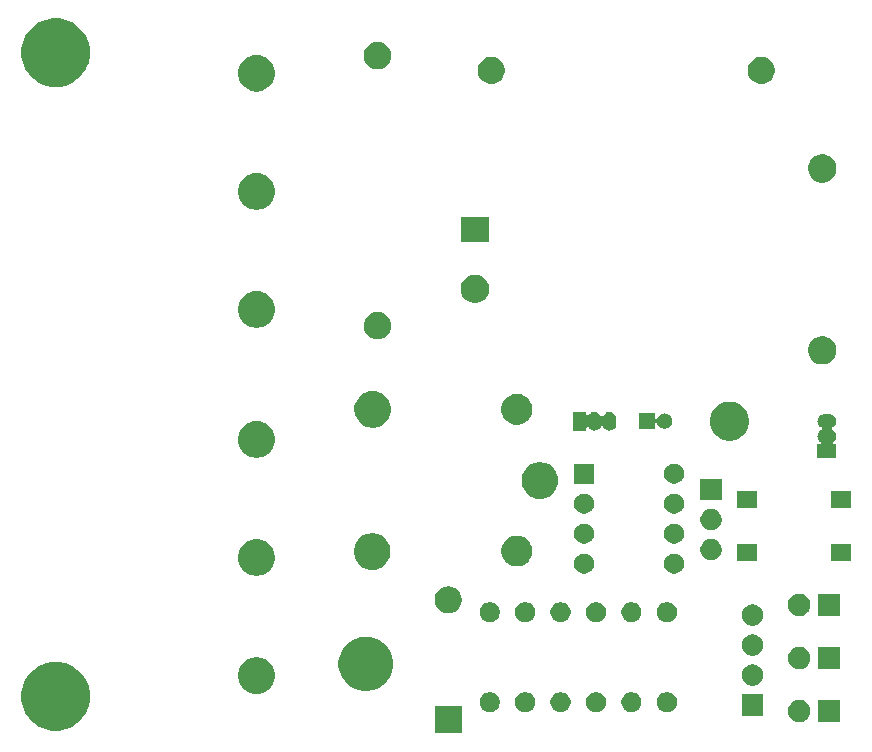
<source format=gts>
G04 #@! TF.GenerationSoftware,KiCad,Pcbnew,(5.1.5)-3*
G04 #@! TF.CreationDate,2020-11-02T17:07:13+01:00*
G04 #@! TF.ProjectId,Heat Controller,48656174-2043-46f6-9e74-726f6c6c6572,rev?*
G04 #@! TF.SameCoordinates,Original*
G04 #@! TF.FileFunction,Soldermask,Top*
G04 #@! TF.FilePolarity,Negative*
%FSLAX46Y46*%
G04 Gerber Fmt 4.6, Leading zero omitted, Abs format (unit mm)*
G04 Created by KiCad (PCBNEW (5.1.5)-3) date 2020-11-02 17:07:13*
%MOMM*%
%LPD*%
G04 APERTURE LIST*
%ADD10C,0.100000*%
G04 APERTURE END LIST*
D10*
G36*
X146901000Y-134401000D02*
G01*
X144599000Y-134401000D01*
X144599000Y-132099000D01*
X146901000Y-132099000D01*
X146901000Y-134401000D01*
G37*
G36*
X113346189Y-128460483D02*
G01*
X113874137Y-128679166D01*
X113874139Y-128679167D01*
X114349280Y-128996646D01*
X114753354Y-129400720D01*
X114921762Y-129652761D01*
X115070834Y-129875863D01*
X115289517Y-130403811D01*
X115401000Y-130964275D01*
X115401000Y-131535725D01*
X115289517Y-132096189D01*
X115070834Y-132624137D01*
X115070833Y-132624139D01*
X114753354Y-133099280D01*
X114349280Y-133503354D01*
X113874139Y-133820833D01*
X113874138Y-133820834D01*
X113874137Y-133820834D01*
X113346189Y-134039517D01*
X112785725Y-134151000D01*
X112214275Y-134151000D01*
X111653811Y-134039517D01*
X111125863Y-133820834D01*
X111125862Y-133820834D01*
X111125861Y-133820833D01*
X110650720Y-133503354D01*
X110246646Y-133099280D01*
X109929167Y-132624139D01*
X109929166Y-132624137D01*
X109710483Y-132096189D01*
X109599000Y-131535725D01*
X109599000Y-130964275D01*
X109710483Y-130403811D01*
X109929166Y-129875863D01*
X110078238Y-129652761D01*
X110246646Y-129400720D01*
X110650720Y-128996646D01*
X111125861Y-128679167D01*
X111125863Y-128679166D01*
X111653811Y-128460483D01*
X112214275Y-128349000D01*
X112785725Y-128349000D01*
X113346189Y-128460483D01*
G37*
G36*
X175737395Y-131585546D02*
G01*
X175910466Y-131657234D01*
X175923862Y-131666185D01*
X176066227Y-131761310D01*
X176198690Y-131893773D01*
X176198691Y-131893775D01*
X176302766Y-132049534D01*
X176374454Y-132222605D01*
X176411000Y-132406333D01*
X176411000Y-132593667D01*
X176374454Y-132777395D01*
X176302766Y-132950466D01*
X176302765Y-132950467D01*
X176198690Y-133106227D01*
X176066227Y-133238690D01*
X175987818Y-133291081D01*
X175910466Y-133342766D01*
X175737395Y-133414454D01*
X175553667Y-133451000D01*
X175366333Y-133451000D01*
X175182605Y-133414454D01*
X175009534Y-133342766D01*
X174932182Y-133291081D01*
X174853773Y-133238690D01*
X174721310Y-133106227D01*
X174617235Y-132950467D01*
X174617234Y-132950466D01*
X174545546Y-132777395D01*
X174509000Y-132593667D01*
X174509000Y-132406333D01*
X174545546Y-132222605D01*
X174617234Y-132049534D01*
X174721309Y-131893775D01*
X174721310Y-131893773D01*
X174853773Y-131761310D01*
X174996138Y-131666185D01*
X175009534Y-131657234D01*
X175182605Y-131585546D01*
X175366333Y-131549000D01*
X175553667Y-131549000D01*
X175737395Y-131585546D01*
G37*
G36*
X178951000Y-133451000D02*
G01*
X177049000Y-133451000D01*
X177049000Y-131549000D01*
X178951000Y-131549000D01*
X178951000Y-133451000D01*
G37*
G36*
X172401000Y-132901000D02*
G01*
X170599000Y-132901000D01*
X170599000Y-131099000D01*
X172401000Y-131099000D01*
X172401000Y-132901000D01*
G37*
G36*
X158498228Y-130931703D02*
G01*
X158653100Y-130995853D01*
X158792481Y-131088985D01*
X158911015Y-131207519D01*
X159004147Y-131346900D01*
X159068297Y-131501772D01*
X159101000Y-131666184D01*
X159101000Y-131833816D01*
X159068297Y-131998228D01*
X159004147Y-132153100D01*
X158911015Y-132292481D01*
X158792481Y-132411015D01*
X158653100Y-132504147D01*
X158498228Y-132568297D01*
X158333816Y-132601000D01*
X158166184Y-132601000D01*
X158001772Y-132568297D01*
X157846900Y-132504147D01*
X157707519Y-132411015D01*
X157588985Y-132292481D01*
X157495853Y-132153100D01*
X157431703Y-131998228D01*
X157399000Y-131833816D01*
X157399000Y-131666184D01*
X157431703Y-131501772D01*
X157495853Y-131346900D01*
X157588985Y-131207519D01*
X157707519Y-131088985D01*
X157846900Y-130995853D01*
X158001772Y-130931703D01*
X158166184Y-130899000D01*
X158333816Y-130899000D01*
X158498228Y-130931703D01*
G37*
G36*
X161498228Y-130931703D02*
G01*
X161653100Y-130995853D01*
X161792481Y-131088985D01*
X161911015Y-131207519D01*
X162004147Y-131346900D01*
X162068297Y-131501772D01*
X162101000Y-131666184D01*
X162101000Y-131833816D01*
X162068297Y-131998228D01*
X162004147Y-132153100D01*
X161911015Y-132292481D01*
X161792481Y-132411015D01*
X161653100Y-132504147D01*
X161498228Y-132568297D01*
X161333816Y-132601000D01*
X161166184Y-132601000D01*
X161001772Y-132568297D01*
X160846900Y-132504147D01*
X160707519Y-132411015D01*
X160588985Y-132292481D01*
X160495853Y-132153100D01*
X160431703Y-131998228D01*
X160399000Y-131833816D01*
X160399000Y-131666184D01*
X160431703Y-131501772D01*
X160495853Y-131346900D01*
X160588985Y-131207519D01*
X160707519Y-131088985D01*
X160846900Y-130995853D01*
X161001772Y-130931703D01*
X161166184Y-130899000D01*
X161333816Y-130899000D01*
X161498228Y-130931703D01*
G37*
G36*
X155498228Y-130931703D02*
G01*
X155653100Y-130995853D01*
X155792481Y-131088985D01*
X155911015Y-131207519D01*
X156004147Y-131346900D01*
X156068297Y-131501772D01*
X156101000Y-131666184D01*
X156101000Y-131833816D01*
X156068297Y-131998228D01*
X156004147Y-132153100D01*
X155911015Y-132292481D01*
X155792481Y-132411015D01*
X155653100Y-132504147D01*
X155498228Y-132568297D01*
X155333816Y-132601000D01*
X155166184Y-132601000D01*
X155001772Y-132568297D01*
X154846900Y-132504147D01*
X154707519Y-132411015D01*
X154588985Y-132292481D01*
X154495853Y-132153100D01*
X154431703Y-131998228D01*
X154399000Y-131833816D01*
X154399000Y-131666184D01*
X154431703Y-131501772D01*
X154495853Y-131346900D01*
X154588985Y-131207519D01*
X154707519Y-131088985D01*
X154846900Y-130995853D01*
X155001772Y-130931703D01*
X155166184Y-130899000D01*
X155333816Y-130899000D01*
X155498228Y-130931703D01*
G37*
G36*
X149498228Y-130931703D02*
G01*
X149653100Y-130995853D01*
X149792481Y-131088985D01*
X149911015Y-131207519D01*
X150004147Y-131346900D01*
X150068297Y-131501772D01*
X150101000Y-131666184D01*
X150101000Y-131833816D01*
X150068297Y-131998228D01*
X150004147Y-132153100D01*
X149911015Y-132292481D01*
X149792481Y-132411015D01*
X149653100Y-132504147D01*
X149498228Y-132568297D01*
X149333816Y-132601000D01*
X149166184Y-132601000D01*
X149001772Y-132568297D01*
X148846900Y-132504147D01*
X148707519Y-132411015D01*
X148588985Y-132292481D01*
X148495853Y-132153100D01*
X148431703Y-131998228D01*
X148399000Y-131833816D01*
X148399000Y-131666184D01*
X148431703Y-131501772D01*
X148495853Y-131346900D01*
X148588985Y-131207519D01*
X148707519Y-131088985D01*
X148846900Y-130995853D01*
X149001772Y-130931703D01*
X149166184Y-130899000D01*
X149333816Y-130899000D01*
X149498228Y-130931703D01*
G37*
G36*
X152498228Y-130931703D02*
G01*
X152653100Y-130995853D01*
X152792481Y-131088985D01*
X152911015Y-131207519D01*
X153004147Y-131346900D01*
X153068297Y-131501772D01*
X153101000Y-131666184D01*
X153101000Y-131833816D01*
X153068297Y-131998228D01*
X153004147Y-132153100D01*
X152911015Y-132292481D01*
X152792481Y-132411015D01*
X152653100Y-132504147D01*
X152498228Y-132568297D01*
X152333816Y-132601000D01*
X152166184Y-132601000D01*
X152001772Y-132568297D01*
X151846900Y-132504147D01*
X151707519Y-132411015D01*
X151588985Y-132292481D01*
X151495853Y-132153100D01*
X151431703Y-131998228D01*
X151399000Y-131833816D01*
X151399000Y-131666184D01*
X151431703Y-131501772D01*
X151495853Y-131346900D01*
X151588985Y-131207519D01*
X151707519Y-131088985D01*
X151846900Y-130995853D01*
X152001772Y-130931703D01*
X152166184Y-130899000D01*
X152333816Y-130899000D01*
X152498228Y-130931703D01*
G37*
G36*
X164498228Y-130931703D02*
G01*
X164653100Y-130995853D01*
X164792481Y-131088985D01*
X164911015Y-131207519D01*
X165004147Y-131346900D01*
X165068297Y-131501772D01*
X165101000Y-131666184D01*
X165101000Y-131833816D01*
X165068297Y-131998228D01*
X165004147Y-132153100D01*
X164911015Y-132292481D01*
X164792481Y-132411015D01*
X164653100Y-132504147D01*
X164498228Y-132568297D01*
X164333816Y-132601000D01*
X164166184Y-132601000D01*
X164001772Y-132568297D01*
X163846900Y-132504147D01*
X163707519Y-132411015D01*
X163588985Y-132292481D01*
X163495853Y-132153100D01*
X163431703Y-131998228D01*
X163399000Y-131833816D01*
X163399000Y-131666184D01*
X163431703Y-131501772D01*
X163495853Y-131346900D01*
X163588985Y-131207519D01*
X163707519Y-131088985D01*
X163846900Y-130995853D01*
X164001772Y-130931703D01*
X164166184Y-130899000D01*
X164333816Y-130899000D01*
X164498228Y-130931703D01*
G37*
G36*
X129802585Y-127978802D02*
G01*
X129952410Y-128008604D01*
X130234674Y-128125521D01*
X130488705Y-128295259D01*
X130704741Y-128511295D01*
X130874479Y-128765326D01*
X130991396Y-129047590D01*
X131051000Y-129347240D01*
X131051000Y-129652760D01*
X130991396Y-129952410D01*
X130874479Y-130234674D01*
X130704741Y-130488705D01*
X130488705Y-130704741D01*
X130234674Y-130874479D01*
X129952410Y-130991396D01*
X129802585Y-131021198D01*
X129652761Y-131051000D01*
X129347239Y-131051000D01*
X129197415Y-131021198D01*
X129047590Y-130991396D01*
X128765326Y-130874479D01*
X128511295Y-130704741D01*
X128295259Y-130488705D01*
X128125521Y-130234674D01*
X128008604Y-129952410D01*
X127949000Y-129652760D01*
X127949000Y-129347240D01*
X128008604Y-129047590D01*
X128125521Y-128765326D01*
X128295259Y-128511295D01*
X128511295Y-128295259D01*
X128765326Y-128125521D01*
X129047590Y-128008604D01*
X129197415Y-127978802D01*
X129347239Y-127949000D01*
X129652761Y-127949000D01*
X129802585Y-127978802D01*
G37*
G36*
X139198903Y-126243213D02*
G01*
X139421177Y-126287426D01*
X139839932Y-126460880D01*
X140216802Y-126712696D01*
X140537304Y-127033198D01*
X140789120Y-127410068D01*
X140962574Y-127828823D01*
X141051000Y-128273371D01*
X141051000Y-128726629D01*
X140962574Y-129171177D01*
X140789120Y-129589932D01*
X140537304Y-129966802D01*
X140216802Y-130287304D01*
X139839932Y-130539120D01*
X139421177Y-130712574D01*
X139198903Y-130756787D01*
X138976630Y-130801000D01*
X138523370Y-130801000D01*
X138301097Y-130756787D01*
X138078823Y-130712574D01*
X137660068Y-130539120D01*
X137283198Y-130287304D01*
X136962696Y-129966802D01*
X136710880Y-129589932D01*
X136537426Y-129171177D01*
X136449000Y-128726629D01*
X136449000Y-128273371D01*
X136537426Y-127828823D01*
X136710880Y-127410068D01*
X136962696Y-127033198D01*
X137283198Y-126712696D01*
X137660068Y-126460880D01*
X138078823Y-126287426D01*
X138301097Y-126243213D01*
X138523370Y-126199000D01*
X138976630Y-126199000D01*
X139198903Y-126243213D01*
G37*
G36*
X171613512Y-128563927D02*
G01*
X171762812Y-128593624D01*
X171926784Y-128661544D01*
X172074354Y-128760147D01*
X172199853Y-128885646D01*
X172298456Y-129033216D01*
X172366376Y-129197188D01*
X172401000Y-129371259D01*
X172401000Y-129548741D01*
X172366376Y-129722812D01*
X172298456Y-129886784D01*
X172199853Y-130034354D01*
X172074354Y-130159853D01*
X171926784Y-130258456D01*
X171762812Y-130326376D01*
X171613512Y-130356073D01*
X171588742Y-130361000D01*
X171411258Y-130361000D01*
X171386488Y-130356073D01*
X171237188Y-130326376D01*
X171073216Y-130258456D01*
X170925646Y-130159853D01*
X170800147Y-130034354D01*
X170701544Y-129886784D01*
X170633624Y-129722812D01*
X170599000Y-129548741D01*
X170599000Y-129371259D01*
X170633624Y-129197188D01*
X170701544Y-129033216D01*
X170800147Y-128885646D01*
X170925646Y-128760147D01*
X171073216Y-128661544D01*
X171237188Y-128593624D01*
X171386488Y-128563927D01*
X171411258Y-128559000D01*
X171588742Y-128559000D01*
X171613512Y-128563927D01*
G37*
G36*
X178951000Y-128951000D02*
G01*
X177049000Y-128951000D01*
X177049000Y-127049000D01*
X178951000Y-127049000D01*
X178951000Y-128951000D01*
G37*
G36*
X175737395Y-127085546D02*
G01*
X175910466Y-127157234D01*
X175948746Y-127182812D01*
X176066227Y-127261310D01*
X176198690Y-127393773D01*
X176198691Y-127393775D01*
X176302766Y-127549534D01*
X176374454Y-127722605D01*
X176411000Y-127906333D01*
X176411000Y-128093667D01*
X176374454Y-128277395D01*
X176302766Y-128450466D01*
X176302765Y-128450467D01*
X176198690Y-128606227D01*
X176066227Y-128738690D01*
X176026363Y-128765326D01*
X175910466Y-128842766D01*
X175737395Y-128914454D01*
X175553667Y-128951000D01*
X175366333Y-128951000D01*
X175182605Y-128914454D01*
X175009534Y-128842766D01*
X174893637Y-128765326D01*
X174853773Y-128738690D01*
X174721310Y-128606227D01*
X174617235Y-128450467D01*
X174617234Y-128450466D01*
X174545546Y-128277395D01*
X174509000Y-128093667D01*
X174509000Y-127906333D01*
X174545546Y-127722605D01*
X174617234Y-127549534D01*
X174721309Y-127393775D01*
X174721310Y-127393773D01*
X174853773Y-127261310D01*
X174971254Y-127182812D01*
X175009534Y-127157234D01*
X175182605Y-127085546D01*
X175366333Y-127049000D01*
X175553667Y-127049000D01*
X175737395Y-127085546D01*
G37*
G36*
X171613512Y-126023927D02*
G01*
X171762812Y-126053624D01*
X171926784Y-126121544D01*
X172074354Y-126220147D01*
X172199853Y-126345646D01*
X172298456Y-126493216D01*
X172366376Y-126657188D01*
X172401000Y-126831259D01*
X172401000Y-127008741D01*
X172366376Y-127182812D01*
X172298456Y-127346784D01*
X172199853Y-127494354D01*
X172074354Y-127619853D01*
X171926784Y-127718456D01*
X171762812Y-127786376D01*
X171613512Y-127816073D01*
X171588742Y-127821000D01*
X171411258Y-127821000D01*
X171386488Y-127816073D01*
X171237188Y-127786376D01*
X171073216Y-127718456D01*
X170925646Y-127619853D01*
X170800147Y-127494354D01*
X170701544Y-127346784D01*
X170633624Y-127182812D01*
X170599000Y-127008741D01*
X170599000Y-126831259D01*
X170633624Y-126657188D01*
X170701544Y-126493216D01*
X170800147Y-126345646D01*
X170925646Y-126220147D01*
X171073216Y-126121544D01*
X171237188Y-126053624D01*
X171386488Y-126023927D01*
X171411258Y-126019000D01*
X171588742Y-126019000D01*
X171613512Y-126023927D01*
G37*
G36*
X171613512Y-123483927D02*
G01*
X171762812Y-123513624D01*
X171926784Y-123581544D01*
X172074354Y-123680147D01*
X172199853Y-123805646D01*
X172298456Y-123953216D01*
X172366376Y-124117188D01*
X172401000Y-124291259D01*
X172401000Y-124468741D01*
X172366376Y-124642812D01*
X172298456Y-124806784D01*
X172199853Y-124954354D01*
X172074354Y-125079853D01*
X171926784Y-125178456D01*
X171762812Y-125246376D01*
X171613512Y-125276073D01*
X171588742Y-125281000D01*
X171411258Y-125281000D01*
X171386488Y-125276073D01*
X171237188Y-125246376D01*
X171073216Y-125178456D01*
X170925646Y-125079853D01*
X170800147Y-124954354D01*
X170701544Y-124806784D01*
X170633624Y-124642812D01*
X170599000Y-124468741D01*
X170599000Y-124291259D01*
X170633624Y-124117188D01*
X170701544Y-123953216D01*
X170800147Y-123805646D01*
X170925646Y-123680147D01*
X171073216Y-123581544D01*
X171237188Y-123513624D01*
X171386488Y-123483927D01*
X171411258Y-123479000D01*
X171588742Y-123479000D01*
X171613512Y-123483927D01*
G37*
G36*
X161498228Y-123311703D02*
G01*
X161653100Y-123375853D01*
X161792481Y-123468985D01*
X161911015Y-123587519D01*
X162004147Y-123726900D01*
X162068297Y-123881772D01*
X162101000Y-124046184D01*
X162101000Y-124213816D01*
X162068297Y-124378228D01*
X162004147Y-124533100D01*
X161911015Y-124672481D01*
X161792481Y-124791015D01*
X161653100Y-124884147D01*
X161498228Y-124948297D01*
X161333816Y-124981000D01*
X161166184Y-124981000D01*
X161001772Y-124948297D01*
X160846900Y-124884147D01*
X160707519Y-124791015D01*
X160588985Y-124672481D01*
X160495853Y-124533100D01*
X160431703Y-124378228D01*
X160399000Y-124213816D01*
X160399000Y-124046184D01*
X160431703Y-123881772D01*
X160495853Y-123726900D01*
X160588985Y-123587519D01*
X160707519Y-123468985D01*
X160846900Y-123375853D01*
X161001772Y-123311703D01*
X161166184Y-123279000D01*
X161333816Y-123279000D01*
X161498228Y-123311703D01*
G37*
G36*
X158498228Y-123311703D02*
G01*
X158653100Y-123375853D01*
X158792481Y-123468985D01*
X158911015Y-123587519D01*
X159004147Y-123726900D01*
X159068297Y-123881772D01*
X159101000Y-124046184D01*
X159101000Y-124213816D01*
X159068297Y-124378228D01*
X159004147Y-124533100D01*
X158911015Y-124672481D01*
X158792481Y-124791015D01*
X158653100Y-124884147D01*
X158498228Y-124948297D01*
X158333816Y-124981000D01*
X158166184Y-124981000D01*
X158001772Y-124948297D01*
X157846900Y-124884147D01*
X157707519Y-124791015D01*
X157588985Y-124672481D01*
X157495853Y-124533100D01*
X157431703Y-124378228D01*
X157399000Y-124213816D01*
X157399000Y-124046184D01*
X157431703Y-123881772D01*
X157495853Y-123726900D01*
X157588985Y-123587519D01*
X157707519Y-123468985D01*
X157846900Y-123375853D01*
X158001772Y-123311703D01*
X158166184Y-123279000D01*
X158333816Y-123279000D01*
X158498228Y-123311703D01*
G37*
G36*
X155498228Y-123311703D02*
G01*
X155653100Y-123375853D01*
X155792481Y-123468985D01*
X155911015Y-123587519D01*
X156004147Y-123726900D01*
X156068297Y-123881772D01*
X156101000Y-124046184D01*
X156101000Y-124213816D01*
X156068297Y-124378228D01*
X156004147Y-124533100D01*
X155911015Y-124672481D01*
X155792481Y-124791015D01*
X155653100Y-124884147D01*
X155498228Y-124948297D01*
X155333816Y-124981000D01*
X155166184Y-124981000D01*
X155001772Y-124948297D01*
X154846900Y-124884147D01*
X154707519Y-124791015D01*
X154588985Y-124672481D01*
X154495853Y-124533100D01*
X154431703Y-124378228D01*
X154399000Y-124213816D01*
X154399000Y-124046184D01*
X154431703Y-123881772D01*
X154495853Y-123726900D01*
X154588985Y-123587519D01*
X154707519Y-123468985D01*
X154846900Y-123375853D01*
X155001772Y-123311703D01*
X155166184Y-123279000D01*
X155333816Y-123279000D01*
X155498228Y-123311703D01*
G37*
G36*
X152498228Y-123311703D02*
G01*
X152653100Y-123375853D01*
X152792481Y-123468985D01*
X152911015Y-123587519D01*
X153004147Y-123726900D01*
X153068297Y-123881772D01*
X153101000Y-124046184D01*
X153101000Y-124213816D01*
X153068297Y-124378228D01*
X153004147Y-124533100D01*
X152911015Y-124672481D01*
X152792481Y-124791015D01*
X152653100Y-124884147D01*
X152498228Y-124948297D01*
X152333816Y-124981000D01*
X152166184Y-124981000D01*
X152001772Y-124948297D01*
X151846900Y-124884147D01*
X151707519Y-124791015D01*
X151588985Y-124672481D01*
X151495853Y-124533100D01*
X151431703Y-124378228D01*
X151399000Y-124213816D01*
X151399000Y-124046184D01*
X151431703Y-123881772D01*
X151495853Y-123726900D01*
X151588985Y-123587519D01*
X151707519Y-123468985D01*
X151846900Y-123375853D01*
X152001772Y-123311703D01*
X152166184Y-123279000D01*
X152333816Y-123279000D01*
X152498228Y-123311703D01*
G37*
G36*
X149498228Y-123311703D02*
G01*
X149653100Y-123375853D01*
X149792481Y-123468985D01*
X149911015Y-123587519D01*
X150004147Y-123726900D01*
X150068297Y-123881772D01*
X150101000Y-124046184D01*
X150101000Y-124213816D01*
X150068297Y-124378228D01*
X150004147Y-124533100D01*
X149911015Y-124672481D01*
X149792481Y-124791015D01*
X149653100Y-124884147D01*
X149498228Y-124948297D01*
X149333816Y-124981000D01*
X149166184Y-124981000D01*
X149001772Y-124948297D01*
X148846900Y-124884147D01*
X148707519Y-124791015D01*
X148588985Y-124672481D01*
X148495853Y-124533100D01*
X148431703Y-124378228D01*
X148399000Y-124213816D01*
X148399000Y-124046184D01*
X148431703Y-123881772D01*
X148495853Y-123726900D01*
X148588985Y-123587519D01*
X148707519Y-123468985D01*
X148846900Y-123375853D01*
X149001772Y-123311703D01*
X149166184Y-123279000D01*
X149333816Y-123279000D01*
X149498228Y-123311703D01*
G37*
G36*
X164498228Y-123311703D02*
G01*
X164653100Y-123375853D01*
X164792481Y-123468985D01*
X164911015Y-123587519D01*
X165004147Y-123726900D01*
X165068297Y-123881772D01*
X165101000Y-124046184D01*
X165101000Y-124213816D01*
X165068297Y-124378228D01*
X165004147Y-124533100D01*
X164911015Y-124672481D01*
X164792481Y-124791015D01*
X164653100Y-124884147D01*
X164498228Y-124948297D01*
X164333816Y-124981000D01*
X164166184Y-124981000D01*
X164001772Y-124948297D01*
X163846900Y-124884147D01*
X163707519Y-124791015D01*
X163588985Y-124672481D01*
X163495853Y-124533100D01*
X163431703Y-124378228D01*
X163399000Y-124213816D01*
X163399000Y-124046184D01*
X163431703Y-123881772D01*
X163495853Y-123726900D01*
X163588985Y-123587519D01*
X163707519Y-123468985D01*
X163846900Y-123375853D01*
X164001772Y-123311703D01*
X164166184Y-123279000D01*
X164333816Y-123279000D01*
X164498228Y-123311703D01*
G37*
G36*
X178951000Y-124451000D02*
G01*
X177049000Y-124451000D01*
X177049000Y-122549000D01*
X178951000Y-122549000D01*
X178951000Y-124451000D01*
G37*
G36*
X175737395Y-122585546D02*
G01*
X175910466Y-122657234D01*
X175910467Y-122657235D01*
X176066227Y-122761310D01*
X176198690Y-122893773D01*
X176198691Y-122893775D01*
X176302766Y-123049534D01*
X176374454Y-123222605D01*
X176411000Y-123406333D01*
X176411000Y-123593667D01*
X176374454Y-123777395D01*
X176302766Y-123950466D01*
X176251081Y-124027818D01*
X176198690Y-124106227D01*
X176066227Y-124238690D01*
X175987818Y-124291081D01*
X175910466Y-124342766D01*
X175737395Y-124414454D01*
X175553667Y-124451000D01*
X175366333Y-124451000D01*
X175182605Y-124414454D01*
X175009534Y-124342766D01*
X174932182Y-124291081D01*
X174853773Y-124238690D01*
X174721310Y-124106227D01*
X174668919Y-124027818D01*
X174617234Y-123950466D01*
X174545546Y-123777395D01*
X174509000Y-123593667D01*
X174509000Y-123406333D01*
X174545546Y-123222605D01*
X174617234Y-123049534D01*
X174721309Y-122893775D01*
X174721310Y-122893773D01*
X174853773Y-122761310D01*
X175009533Y-122657235D01*
X175009534Y-122657234D01*
X175182605Y-122585546D01*
X175366333Y-122549000D01*
X175553667Y-122549000D01*
X175737395Y-122585546D01*
G37*
G36*
X145974549Y-121961116D02*
G01*
X146085734Y-121983232D01*
X146295203Y-122069997D01*
X146483720Y-122195960D01*
X146644040Y-122356280D01*
X146770003Y-122544797D01*
X146856768Y-122754266D01*
X146901000Y-122976636D01*
X146901000Y-123203364D01*
X146856768Y-123425734D01*
X146770003Y-123635203D01*
X146644040Y-123823720D01*
X146483720Y-123984040D01*
X146295203Y-124110003D01*
X146295202Y-124110004D01*
X146295201Y-124110004D01*
X146233850Y-124135416D01*
X146085734Y-124196768D01*
X145974549Y-124218884D01*
X145863365Y-124241000D01*
X145636635Y-124241000D01*
X145525451Y-124218884D01*
X145414266Y-124196768D01*
X145266150Y-124135416D01*
X145204799Y-124110004D01*
X145204798Y-124110004D01*
X145204797Y-124110003D01*
X145016280Y-123984040D01*
X144855960Y-123823720D01*
X144729997Y-123635203D01*
X144643232Y-123425734D01*
X144599000Y-123203364D01*
X144599000Y-122976636D01*
X144643232Y-122754266D01*
X144729997Y-122544797D01*
X144855960Y-122356280D01*
X145016280Y-122195960D01*
X145204797Y-122069997D01*
X145414266Y-121983232D01*
X145525451Y-121961116D01*
X145636635Y-121939000D01*
X145863365Y-121939000D01*
X145974549Y-121961116D01*
G37*
G36*
X129726280Y-117963624D02*
G01*
X129952410Y-118008604D01*
X130234674Y-118125521D01*
X130488705Y-118295259D01*
X130704741Y-118511295D01*
X130874479Y-118765326D01*
X130991396Y-119047590D01*
X131000391Y-119092811D01*
X131051000Y-119347239D01*
X131051000Y-119652761D01*
X131042324Y-119696376D01*
X130991396Y-119952410D01*
X130874479Y-120234674D01*
X130704741Y-120488705D01*
X130488705Y-120704741D01*
X130234674Y-120874479D01*
X129952410Y-120991396D01*
X129802585Y-121021198D01*
X129652761Y-121051000D01*
X129347239Y-121051000D01*
X129197415Y-121021198D01*
X129047590Y-120991396D01*
X128765326Y-120874479D01*
X128511295Y-120704741D01*
X128295259Y-120488705D01*
X128125521Y-120234674D01*
X128008604Y-119952410D01*
X127957676Y-119696376D01*
X127949000Y-119652761D01*
X127949000Y-119347239D01*
X127999609Y-119092811D01*
X128008604Y-119047590D01*
X128125521Y-118765326D01*
X128295259Y-118511295D01*
X128511295Y-118295259D01*
X128765326Y-118125521D01*
X129047590Y-118008604D01*
X129273720Y-117963624D01*
X129347239Y-117949000D01*
X129652761Y-117949000D01*
X129726280Y-117963624D01*
G37*
G36*
X165118228Y-119196703D02*
G01*
X165273100Y-119260853D01*
X165412481Y-119353985D01*
X165531015Y-119472519D01*
X165624147Y-119611900D01*
X165688297Y-119766772D01*
X165721000Y-119931184D01*
X165721000Y-120098816D01*
X165688297Y-120263228D01*
X165624147Y-120418100D01*
X165531015Y-120557481D01*
X165412481Y-120676015D01*
X165273100Y-120769147D01*
X165118228Y-120833297D01*
X164953816Y-120866000D01*
X164786184Y-120866000D01*
X164621772Y-120833297D01*
X164466900Y-120769147D01*
X164327519Y-120676015D01*
X164208985Y-120557481D01*
X164115853Y-120418100D01*
X164051703Y-120263228D01*
X164019000Y-120098816D01*
X164019000Y-119931184D01*
X164051703Y-119766772D01*
X164115853Y-119611900D01*
X164208985Y-119472519D01*
X164327519Y-119353985D01*
X164466900Y-119260853D01*
X164621772Y-119196703D01*
X164786184Y-119164000D01*
X164953816Y-119164000D01*
X165118228Y-119196703D01*
G37*
G36*
X157498228Y-119196703D02*
G01*
X157653100Y-119260853D01*
X157792481Y-119353985D01*
X157911015Y-119472519D01*
X158004147Y-119611900D01*
X158068297Y-119766772D01*
X158101000Y-119931184D01*
X158101000Y-120098816D01*
X158068297Y-120263228D01*
X158004147Y-120418100D01*
X157911015Y-120557481D01*
X157792481Y-120676015D01*
X157653100Y-120769147D01*
X157498228Y-120833297D01*
X157333816Y-120866000D01*
X157166184Y-120866000D01*
X157001772Y-120833297D01*
X156846900Y-120769147D01*
X156707519Y-120676015D01*
X156588985Y-120557481D01*
X156495853Y-120418100D01*
X156431703Y-120263228D01*
X156399000Y-120098816D01*
X156399000Y-119931184D01*
X156431703Y-119766772D01*
X156495853Y-119611900D01*
X156588985Y-119472519D01*
X156707519Y-119353985D01*
X156846900Y-119260853D01*
X157001772Y-119196703D01*
X157166184Y-119164000D01*
X157333816Y-119164000D01*
X157498228Y-119196703D01*
G37*
G36*
X139602585Y-117478802D02*
G01*
X139752410Y-117508604D01*
X140034674Y-117625521D01*
X140288705Y-117795259D01*
X140504741Y-118011295D01*
X140674479Y-118265326D01*
X140791396Y-118547590D01*
X140851000Y-118847240D01*
X140851000Y-119152760D01*
X140791396Y-119452410D01*
X140674479Y-119734674D01*
X140504741Y-119988705D01*
X140288705Y-120204741D01*
X140034674Y-120374479D01*
X139752410Y-120491396D01*
X139602585Y-120521198D01*
X139452761Y-120551000D01*
X139147239Y-120551000D01*
X138997415Y-120521198D01*
X138847590Y-120491396D01*
X138565326Y-120374479D01*
X138311295Y-120204741D01*
X138095259Y-119988705D01*
X137925521Y-119734674D01*
X137808604Y-119452410D01*
X137749000Y-119152760D01*
X137749000Y-118847240D01*
X137808604Y-118547590D01*
X137925521Y-118265326D01*
X138095259Y-118011295D01*
X138311295Y-117795259D01*
X138565326Y-117625521D01*
X138847590Y-117508604D01*
X138997415Y-117478802D01*
X139147239Y-117449000D01*
X139452761Y-117449000D01*
X139602585Y-117478802D01*
G37*
G36*
X151929487Y-117698996D02*
G01*
X152161888Y-117795260D01*
X152166255Y-117797069D01*
X152379339Y-117939447D01*
X152560553Y-118120661D01*
X152677216Y-118295259D01*
X152702932Y-118333747D01*
X152801004Y-118570513D01*
X152851000Y-118821861D01*
X152851000Y-119078139D01*
X152801004Y-119329487D01*
X152718010Y-119529852D01*
X152702931Y-119566255D01*
X152560553Y-119779339D01*
X152379339Y-119960553D01*
X152166255Y-120102931D01*
X152166254Y-120102932D01*
X152166253Y-120102932D01*
X151929487Y-120201004D01*
X151678139Y-120251000D01*
X151421861Y-120251000D01*
X151170513Y-120201004D01*
X150933747Y-120102932D01*
X150933746Y-120102932D01*
X150933745Y-120102931D01*
X150720661Y-119960553D01*
X150539447Y-119779339D01*
X150397069Y-119566255D01*
X150381990Y-119529852D01*
X150298996Y-119329487D01*
X150249000Y-119078139D01*
X150249000Y-118821861D01*
X150298996Y-118570513D01*
X150397068Y-118333747D01*
X150422785Y-118295259D01*
X150539447Y-118120661D01*
X150720661Y-117939447D01*
X150933745Y-117797069D01*
X150938112Y-117795260D01*
X151170513Y-117698996D01*
X151421861Y-117649000D01*
X151678139Y-117649000D01*
X151929487Y-117698996D01*
G37*
G36*
X171851000Y-119791000D02*
G01*
X170199000Y-119791000D01*
X170199000Y-118389000D01*
X171851000Y-118389000D01*
X171851000Y-119791000D01*
G37*
G36*
X179801000Y-119791000D02*
G01*
X178149000Y-119791000D01*
X178149000Y-118389000D01*
X179801000Y-118389000D01*
X179801000Y-119791000D01*
G37*
G36*
X168113512Y-117933927D02*
G01*
X168262812Y-117963624D01*
X168426784Y-118031544D01*
X168574354Y-118130147D01*
X168699853Y-118255646D01*
X168798456Y-118403216D01*
X168866376Y-118567188D01*
X168901000Y-118741259D01*
X168901000Y-118918741D01*
X168866376Y-119092812D01*
X168798456Y-119256784D01*
X168699853Y-119404354D01*
X168574354Y-119529853D01*
X168426784Y-119628456D01*
X168262812Y-119696376D01*
X168113512Y-119726073D01*
X168088742Y-119731000D01*
X167911258Y-119731000D01*
X167886488Y-119726073D01*
X167737188Y-119696376D01*
X167573216Y-119628456D01*
X167425646Y-119529853D01*
X167300147Y-119404354D01*
X167201544Y-119256784D01*
X167133624Y-119092812D01*
X167099000Y-118918741D01*
X167099000Y-118741259D01*
X167133624Y-118567188D01*
X167201544Y-118403216D01*
X167300147Y-118255646D01*
X167425646Y-118130147D01*
X167573216Y-118031544D01*
X167737188Y-117963624D01*
X167886488Y-117933927D01*
X167911258Y-117929000D01*
X168088742Y-117929000D01*
X168113512Y-117933927D01*
G37*
G36*
X165118228Y-116656703D02*
G01*
X165273100Y-116720853D01*
X165412481Y-116813985D01*
X165531015Y-116932519D01*
X165624147Y-117071900D01*
X165688297Y-117226772D01*
X165721000Y-117391184D01*
X165721000Y-117558816D01*
X165688297Y-117723228D01*
X165624147Y-117878100D01*
X165531015Y-118017481D01*
X165412481Y-118136015D01*
X165273100Y-118229147D01*
X165118228Y-118293297D01*
X164953816Y-118326000D01*
X164786184Y-118326000D01*
X164621772Y-118293297D01*
X164466900Y-118229147D01*
X164327519Y-118136015D01*
X164208985Y-118017481D01*
X164115853Y-117878100D01*
X164051703Y-117723228D01*
X164019000Y-117558816D01*
X164019000Y-117391184D01*
X164051703Y-117226772D01*
X164115853Y-117071900D01*
X164208985Y-116932519D01*
X164327519Y-116813985D01*
X164466900Y-116720853D01*
X164621772Y-116656703D01*
X164786184Y-116624000D01*
X164953816Y-116624000D01*
X165118228Y-116656703D01*
G37*
G36*
X157498228Y-116656703D02*
G01*
X157653100Y-116720853D01*
X157792481Y-116813985D01*
X157911015Y-116932519D01*
X158004147Y-117071900D01*
X158068297Y-117226772D01*
X158101000Y-117391184D01*
X158101000Y-117558816D01*
X158068297Y-117723228D01*
X158004147Y-117878100D01*
X157911015Y-118017481D01*
X157792481Y-118136015D01*
X157653100Y-118229147D01*
X157498228Y-118293297D01*
X157333816Y-118326000D01*
X157166184Y-118326000D01*
X157001772Y-118293297D01*
X156846900Y-118229147D01*
X156707519Y-118136015D01*
X156588985Y-118017481D01*
X156495853Y-117878100D01*
X156431703Y-117723228D01*
X156399000Y-117558816D01*
X156399000Y-117391184D01*
X156431703Y-117226772D01*
X156495853Y-117071900D01*
X156588985Y-116932519D01*
X156707519Y-116813985D01*
X156846900Y-116720853D01*
X157001772Y-116656703D01*
X157166184Y-116624000D01*
X157333816Y-116624000D01*
X157498228Y-116656703D01*
G37*
G36*
X168113512Y-115393927D02*
G01*
X168262812Y-115423624D01*
X168426784Y-115491544D01*
X168574354Y-115590147D01*
X168699853Y-115715646D01*
X168798456Y-115863216D01*
X168866376Y-116027188D01*
X168901000Y-116201259D01*
X168901000Y-116378741D01*
X168866376Y-116552812D01*
X168798456Y-116716784D01*
X168699853Y-116864354D01*
X168574354Y-116989853D01*
X168426784Y-117088456D01*
X168262812Y-117156376D01*
X168113512Y-117186073D01*
X168088742Y-117191000D01*
X167911258Y-117191000D01*
X167886488Y-117186073D01*
X167737188Y-117156376D01*
X167573216Y-117088456D01*
X167425646Y-116989853D01*
X167300147Y-116864354D01*
X167201544Y-116716784D01*
X167133624Y-116552812D01*
X167099000Y-116378741D01*
X167099000Y-116201259D01*
X167133624Y-116027188D01*
X167201544Y-115863216D01*
X167300147Y-115715646D01*
X167425646Y-115590147D01*
X167573216Y-115491544D01*
X167737188Y-115423624D01*
X167886488Y-115393927D01*
X167911258Y-115389000D01*
X168088742Y-115389000D01*
X168113512Y-115393927D01*
G37*
G36*
X157498228Y-114116703D02*
G01*
X157653100Y-114180853D01*
X157792481Y-114273985D01*
X157911015Y-114392519D01*
X158004147Y-114531900D01*
X158068297Y-114686772D01*
X158101000Y-114851184D01*
X158101000Y-115018816D01*
X158068297Y-115183228D01*
X158004147Y-115338100D01*
X157911015Y-115477481D01*
X157792481Y-115596015D01*
X157653100Y-115689147D01*
X157498228Y-115753297D01*
X157333816Y-115786000D01*
X157166184Y-115786000D01*
X157001772Y-115753297D01*
X156846900Y-115689147D01*
X156707519Y-115596015D01*
X156588985Y-115477481D01*
X156495853Y-115338100D01*
X156431703Y-115183228D01*
X156399000Y-115018816D01*
X156399000Y-114851184D01*
X156431703Y-114686772D01*
X156495853Y-114531900D01*
X156588985Y-114392519D01*
X156707519Y-114273985D01*
X156846900Y-114180853D01*
X157001772Y-114116703D01*
X157166184Y-114084000D01*
X157333816Y-114084000D01*
X157498228Y-114116703D01*
G37*
G36*
X165118228Y-114116703D02*
G01*
X165273100Y-114180853D01*
X165412481Y-114273985D01*
X165531015Y-114392519D01*
X165624147Y-114531900D01*
X165688297Y-114686772D01*
X165721000Y-114851184D01*
X165721000Y-115018816D01*
X165688297Y-115183228D01*
X165624147Y-115338100D01*
X165531015Y-115477481D01*
X165412481Y-115596015D01*
X165273100Y-115689147D01*
X165118228Y-115753297D01*
X164953816Y-115786000D01*
X164786184Y-115786000D01*
X164621772Y-115753297D01*
X164466900Y-115689147D01*
X164327519Y-115596015D01*
X164208985Y-115477481D01*
X164115853Y-115338100D01*
X164051703Y-115183228D01*
X164019000Y-115018816D01*
X164019000Y-114851184D01*
X164051703Y-114686772D01*
X164115853Y-114531900D01*
X164208985Y-114392519D01*
X164327519Y-114273985D01*
X164466900Y-114180853D01*
X164621772Y-114116703D01*
X164786184Y-114084000D01*
X164953816Y-114084000D01*
X165118228Y-114116703D01*
G37*
G36*
X179801000Y-115291000D02*
G01*
X178149000Y-115291000D01*
X178149000Y-113889000D01*
X179801000Y-113889000D01*
X179801000Y-115291000D01*
G37*
G36*
X171851000Y-115291000D02*
G01*
X170199000Y-115291000D01*
X170199000Y-113889000D01*
X171851000Y-113889000D01*
X171851000Y-115291000D01*
G37*
G36*
X168901000Y-114651000D02*
G01*
X167099000Y-114651000D01*
X167099000Y-112849000D01*
X168901000Y-112849000D01*
X168901000Y-114651000D01*
G37*
G36*
X153802585Y-111478802D02*
G01*
X153952410Y-111508604D01*
X154234674Y-111625521D01*
X154488705Y-111795259D01*
X154704741Y-112011295D01*
X154874479Y-112265326D01*
X154991396Y-112547590D01*
X155010420Y-112643229D01*
X155051000Y-112847239D01*
X155051000Y-113152761D01*
X155021198Y-113302585D01*
X154991396Y-113452410D01*
X154874479Y-113734674D01*
X154704741Y-113988705D01*
X154488705Y-114204741D01*
X154234674Y-114374479D01*
X153952410Y-114491396D01*
X153802585Y-114521198D01*
X153652761Y-114551000D01*
X153347239Y-114551000D01*
X153197415Y-114521198D01*
X153047590Y-114491396D01*
X152765326Y-114374479D01*
X152511295Y-114204741D01*
X152295259Y-113988705D01*
X152125521Y-113734674D01*
X152008604Y-113452410D01*
X151978802Y-113302585D01*
X151949000Y-113152761D01*
X151949000Y-112847239D01*
X151989580Y-112643229D01*
X152008604Y-112547590D01*
X152125521Y-112265326D01*
X152295259Y-112011295D01*
X152511295Y-111795259D01*
X152765326Y-111625521D01*
X153047590Y-111508604D01*
X153197415Y-111478802D01*
X153347239Y-111449000D01*
X153652761Y-111449000D01*
X153802585Y-111478802D01*
G37*
G36*
X165118228Y-111576703D02*
G01*
X165273100Y-111640853D01*
X165412481Y-111733985D01*
X165531015Y-111852519D01*
X165624147Y-111991900D01*
X165688297Y-112146772D01*
X165721000Y-112311184D01*
X165721000Y-112478816D01*
X165688297Y-112643228D01*
X165624147Y-112798100D01*
X165531015Y-112937481D01*
X165412481Y-113056015D01*
X165273100Y-113149147D01*
X165118228Y-113213297D01*
X164953816Y-113246000D01*
X164786184Y-113246000D01*
X164621772Y-113213297D01*
X164466900Y-113149147D01*
X164327519Y-113056015D01*
X164208985Y-112937481D01*
X164115853Y-112798100D01*
X164051703Y-112643228D01*
X164019000Y-112478816D01*
X164019000Y-112311184D01*
X164051703Y-112146772D01*
X164115853Y-111991900D01*
X164208985Y-111852519D01*
X164327519Y-111733985D01*
X164466900Y-111640853D01*
X164621772Y-111576703D01*
X164786184Y-111544000D01*
X164953816Y-111544000D01*
X165118228Y-111576703D01*
G37*
G36*
X158101000Y-113246000D02*
G01*
X156399000Y-113246000D01*
X156399000Y-111544000D01*
X158101000Y-111544000D01*
X158101000Y-113246000D01*
G37*
G36*
X178137916Y-107382334D02*
G01*
X178246492Y-107415271D01*
X178246495Y-107415272D01*
X178271850Y-107428825D01*
X178346557Y-107468756D01*
X178434264Y-107540736D01*
X178506244Y-107628443D01*
X178540429Y-107692399D01*
X178559728Y-107728505D01*
X178559729Y-107728508D01*
X178592666Y-107837084D01*
X178603787Y-107950000D01*
X178592666Y-108062916D01*
X178564810Y-108154741D01*
X178559728Y-108171495D01*
X178554083Y-108182056D01*
X178506244Y-108271557D01*
X178434264Y-108359264D01*
X178346557Y-108431244D01*
X178265141Y-108474761D01*
X178244766Y-108488375D01*
X178227439Y-108505702D01*
X178213826Y-108526076D01*
X178204448Y-108548715D01*
X178199668Y-108572748D01*
X178199668Y-108597252D01*
X178204448Y-108621285D01*
X178213826Y-108643924D01*
X178227440Y-108664299D01*
X178244767Y-108681626D01*
X178265141Y-108695239D01*
X178346557Y-108738756D01*
X178434264Y-108810736D01*
X178506244Y-108898443D01*
X178540429Y-108962399D01*
X178559728Y-108998505D01*
X178559729Y-108998508D01*
X178592666Y-109107084D01*
X178603787Y-109220000D01*
X178592666Y-109332916D01*
X178568342Y-109413098D01*
X178559728Y-109441495D01*
X178540429Y-109477601D01*
X178506244Y-109541557D01*
X178434264Y-109629264D01*
X178357354Y-109692383D01*
X178340035Y-109709702D01*
X178326421Y-109730077D01*
X178317043Y-109752716D01*
X178312263Y-109776749D01*
X178312263Y-109801253D01*
X178317043Y-109825286D01*
X178326421Y-109847925D01*
X178340034Y-109868299D01*
X178357361Y-109885626D01*
X178377736Y-109899240D01*
X178400375Y-109908618D01*
X178424408Y-109913398D01*
X178436660Y-109914000D01*
X178601000Y-109914000D01*
X178601000Y-111066000D01*
X176999000Y-111066000D01*
X176999000Y-109914000D01*
X177163340Y-109914000D01*
X177187726Y-109911598D01*
X177211175Y-109904485D01*
X177232786Y-109892934D01*
X177251728Y-109877389D01*
X177267273Y-109858447D01*
X177278824Y-109836836D01*
X177285937Y-109813387D01*
X177288339Y-109789001D01*
X177285937Y-109764615D01*
X177278824Y-109741166D01*
X177267273Y-109719555D01*
X177251728Y-109700613D01*
X177242655Y-109692391D01*
X177165736Y-109629264D01*
X177093756Y-109541557D01*
X177059571Y-109477601D01*
X177040272Y-109441495D01*
X177031658Y-109413098D01*
X177007334Y-109332916D01*
X176996213Y-109220000D01*
X177007334Y-109107084D01*
X177040271Y-108998508D01*
X177040272Y-108998505D01*
X177059571Y-108962399D01*
X177093756Y-108898443D01*
X177165736Y-108810736D01*
X177253443Y-108738756D01*
X177334859Y-108695239D01*
X177355234Y-108681625D01*
X177372561Y-108664298D01*
X177386174Y-108643924D01*
X177395552Y-108621285D01*
X177400332Y-108597252D01*
X177400332Y-108572748D01*
X177395552Y-108548715D01*
X177386174Y-108526076D01*
X177372560Y-108505701D01*
X177355233Y-108488374D01*
X177334859Y-108474761D01*
X177253443Y-108431244D01*
X177165736Y-108359264D01*
X177093756Y-108271557D01*
X177045917Y-108182056D01*
X177040272Y-108171495D01*
X177035190Y-108154741D01*
X177007334Y-108062916D01*
X176996213Y-107950000D01*
X177007334Y-107837084D01*
X177040271Y-107728508D01*
X177040272Y-107728505D01*
X177059571Y-107692399D01*
X177093756Y-107628443D01*
X177165736Y-107540736D01*
X177253443Y-107468756D01*
X177328150Y-107428825D01*
X177353505Y-107415272D01*
X177353508Y-107415271D01*
X177462084Y-107382334D01*
X177546702Y-107374000D01*
X178053298Y-107374000D01*
X178137916Y-107382334D01*
G37*
G36*
X129802585Y-107978802D02*
G01*
X129952410Y-108008604D01*
X130234674Y-108125521D01*
X130488705Y-108295259D01*
X130704741Y-108511295D01*
X130874479Y-108765326D01*
X130991396Y-109047590D01*
X130991396Y-109047591D01*
X131051000Y-109347239D01*
X131051000Y-109652761D01*
X131041356Y-109701244D01*
X130991396Y-109952410D01*
X130874479Y-110234674D01*
X130704741Y-110488705D01*
X130488705Y-110704741D01*
X130234674Y-110874479D01*
X129952410Y-110991396D01*
X129802585Y-111021198D01*
X129652761Y-111051000D01*
X129347239Y-111051000D01*
X129197415Y-111021198D01*
X129047590Y-110991396D01*
X128765326Y-110874479D01*
X128511295Y-110704741D01*
X128295259Y-110488705D01*
X128125521Y-110234674D01*
X128008604Y-109952410D01*
X127958644Y-109701244D01*
X127949000Y-109652761D01*
X127949000Y-109347239D01*
X128008604Y-109047591D01*
X128008604Y-109047590D01*
X128125521Y-108765326D01*
X128295259Y-108511295D01*
X128511295Y-108295259D01*
X128765326Y-108125521D01*
X129047590Y-108008604D01*
X129197415Y-107978802D01*
X129347239Y-107949000D01*
X129652761Y-107949000D01*
X129802585Y-107978802D01*
G37*
G36*
X169920256Y-106341298D02*
G01*
X170026579Y-106362447D01*
X170327042Y-106486903D01*
X170597451Y-106667585D01*
X170827415Y-106897549D01*
X171008097Y-107167958D01*
X171132553Y-107468421D01*
X171143322Y-107522560D01*
X171196000Y-107787389D01*
X171196000Y-108112611D01*
X171178417Y-108201004D01*
X171132553Y-108431579D01*
X171083346Y-108550375D01*
X171028981Y-108681625D01*
X171008097Y-108732042D01*
X170827415Y-109002451D01*
X170597451Y-109232415D01*
X170327042Y-109413097D01*
X170327041Y-109413098D01*
X170327040Y-109413098D01*
X170258483Y-109441495D01*
X170026579Y-109537553D01*
X169920256Y-109558702D01*
X169707611Y-109601000D01*
X169382389Y-109601000D01*
X169169744Y-109558702D01*
X169063421Y-109537553D01*
X168831517Y-109441495D01*
X168762960Y-109413098D01*
X168762959Y-109413098D01*
X168762958Y-109413097D01*
X168492549Y-109232415D01*
X168262585Y-109002451D01*
X168081903Y-108732042D01*
X168061020Y-108681625D01*
X168006654Y-108550375D01*
X167957447Y-108431579D01*
X167911583Y-108201004D01*
X167894000Y-108112611D01*
X167894000Y-107787389D01*
X167946678Y-107522560D01*
X167957447Y-107468421D01*
X168081903Y-107167958D01*
X168262585Y-106897549D01*
X168492549Y-106667585D01*
X168762958Y-106486903D01*
X169063421Y-106362447D01*
X169169744Y-106341298D01*
X169382389Y-106299000D01*
X169707611Y-106299000D01*
X169920256Y-106341298D01*
G37*
G36*
X159497915Y-107157334D02*
G01*
X159606491Y-107190271D01*
X159606494Y-107190272D01*
X159642600Y-107209571D01*
X159706556Y-107243756D01*
X159794264Y-107315736D01*
X159866244Y-107403443D01*
X159900429Y-107467399D01*
X159919728Y-107503505D01*
X159919729Y-107503508D01*
X159952666Y-107612084D01*
X159961000Y-107696702D01*
X159961000Y-108203297D01*
X159952666Y-108287916D01*
X159920252Y-108394767D01*
X159919728Y-108396495D01*
X159909761Y-108415141D01*
X159866244Y-108496557D01*
X159794264Y-108584264D01*
X159706557Y-108656244D01*
X159652250Y-108685271D01*
X159606495Y-108709728D01*
X159606492Y-108709729D01*
X159497916Y-108742666D01*
X159385000Y-108753787D01*
X159272085Y-108742666D01*
X159163509Y-108709729D01*
X159163506Y-108709728D01*
X159117751Y-108685271D01*
X159063444Y-108656244D01*
X158975737Y-108584264D01*
X158903757Y-108496557D01*
X158860239Y-108415141D01*
X158846625Y-108394766D01*
X158829298Y-108377439D01*
X158808924Y-108363826D01*
X158786285Y-108354448D01*
X158762252Y-108349668D01*
X158737748Y-108349668D01*
X158713715Y-108354448D01*
X158691076Y-108363826D01*
X158670701Y-108377440D01*
X158653374Y-108394767D01*
X158639761Y-108415141D01*
X158596244Y-108496557D01*
X158524264Y-108584264D01*
X158436557Y-108656244D01*
X158382250Y-108685271D01*
X158336495Y-108709728D01*
X158336492Y-108709729D01*
X158227916Y-108742666D01*
X158115000Y-108753787D01*
X158002085Y-108742666D01*
X157893509Y-108709729D01*
X157893506Y-108709728D01*
X157847751Y-108685271D01*
X157793444Y-108656244D01*
X157705737Y-108584264D01*
X157642622Y-108507359D01*
X157625297Y-108490034D01*
X157604923Y-108476420D01*
X157582284Y-108467043D01*
X157558250Y-108462263D01*
X157533746Y-108462263D01*
X157509713Y-108467044D01*
X157487074Y-108476421D01*
X157466700Y-108490035D01*
X157449373Y-108507362D01*
X157435759Y-108527736D01*
X157426382Y-108550375D01*
X157421000Y-108586660D01*
X157421000Y-108751000D01*
X156269000Y-108751000D01*
X156269000Y-107149000D01*
X157421000Y-107149000D01*
X157421000Y-107313341D01*
X157423402Y-107337727D01*
X157430515Y-107361176D01*
X157442066Y-107382787D01*
X157457611Y-107401729D01*
X157476553Y-107417274D01*
X157498164Y-107428825D01*
X157521613Y-107435938D01*
X157545999Y-107438340D01*
X157570385Y-107435938D01*
X157593834Y-107428825D01*
X157615445Y-107417274D01*
X157634387Y-107401729D01*
X157642608Y-107392657D01*
X157705736Y-107315736D01*
X157793443Y-107243756D01*
X157857399Y-107209571D01*
X157893505Y-107190272D01*
X157893508Y-107190271D01*
X158002084Y-107157334D01*
X158115000Y-107146213D01*
X158227915Y-107157334D01*
X158336491Y-107190271D01*
X158336494Y-107190272D01*
X158372600Y-107209571D01*
X158436556Y-107243756D01*
X158524264Y-107315736D01*
X158596244Y-107403443D01*
X158630975Y-107468421D01*
X158639761Y-107484859D01*
X158653375Y-107505234D01*
X158670702Y-107522561D01*
X158691076Y-107536174D01*
X158713715Y-107545552D01*
X158737748Y-107550332D01*
X158762252Y-107550332D01*
X158786285Y-107545552D01*
X158808924Y-107536174D01*
X158829299Y-107522560D01*
X158846626Y-107505233D01*
X158860239Y-107484860D01*
X158903756Y-107403444D01*
X158975736Y-107315736D01*
X159063443Y-107243756D01*
X159127399Y-107209571D01*
X159163505Y-107190272D01*
X159163508Y-107190271D01*
X159272084Y-107157334D01*
X159385000Y-107146213D01*
X159497915Y-107157334D01*
G37*
G36*
X163211000Y-107670109D02*
G01*
X163213402Y-107694495D01*
X163220515Y-107717944D01*
X163232066Y-107739555D01*
X163247611Y-107758497D01*
X163266553Y-107774042D01*
X163288164Y-107785593D01*
X163311613Y-107792706D01*
X163335999Y-107795108D01*
X163360385Y-107792706D01*
X163383834Y-107785593D01*
X163405445Y-107774042D01*
X163424387Y-107758497D01*
X163439932Y-107739555D01*
X163451483Y-107717944D01*
X163483090Y-107641638D01*
X163491907Y-107628443D01*
X163554335Y-107535012D01*
X163645012Y-107444335D01*
X163751636Y-107373091D01*
X163870110Y-107324017D01*
X163923783Y-107313341D01*
X163995881Y-107299000D01*
X164124119Y-107299000D01*
X164196217Y-107313341D01*
X164249890Y-107324017D01*
X164368364Y-107373091D01*
X164474988Y-107444335D01*
X164565665Y-107535012D01*
X164628094Y-107628443D01*
X164636910Y-107641638D01*
X164685983Y-107760110D01*
X164711000Y-107885881D01*
X164711000Y-108014119D01*
X164685983Y-108139890D01*
X164659723Y-108203288D01*
X164636909Y-108258364D01*
X164565665Y-108364988D01*
X164474988Y-108455665D01*
X164368364Y-108526909D01*
X164368363Y-108526910D01*
X164368362Y-108526910D01*
X164249890Y-108575983D01*
X164124119Y-108601000D01*
X163995881Y-108601000D01*
X163870110Y-108575983D01*
X163751638Y-108526910D01*
X163751637Y-108526910D01*
X163751636Y-108526909D01*
X163645012Y-108455665D01*
X163554335Y-108364988D01*
X163483091Y-108258364D01*
X163451483Y-108182055D01*
X163439932Y-108160445D01*
X163424387Y-108141503D01*
X163405445Y-108125958D01*
X163383834Y-108114407D01*
X163360385Y-108107294D01*
X163335999Y-108104892D01*
X163311613Y-108107294D01*
X163288164Y-108114407D01*
X163266553Y-108125958D01*
X163247611Y-108141503D01*
X163232066Y-108160445D01*
X163220515Y-108182056D01*
X163213402Y-108205505D01*
X163211000Y-108229891D01*
X163211000Y-108601000D01*
X161909000Y-108601000D01*
X161909000Y-107299000D01*
X163211000Y-107299000D01*
X163211000Y-107670109D01*
G37*
G36*
X139652585Y-105428802D02*
G01*
X139802410Y-105458604D01*
X140084674Y-105575521D01*
X140338705Y-105745259D01*
X140554741Y-105961295D01*
X140724479Y-106215326D01*
X140836969Y-106486903D01*
X140841396Y-106497591D01*
X140901000Y-106797239D01*
X140901000Y-107102761D01*
X140888031Y-107167958D01*
X140841396Y-107402410D01*
X140724479Y-107684674D01*
X140554741Y-107938705D01*
X140338705Y-108154741D01*
X140084674Y-108324479D01*
X139802410Y-108441396D01*
X139652585Y-108471198D01*
X139502761Y-108501000D01*
X139197239Y-108501000D01*
X139047415Y-108471198D01*
X138897590Y-108441396D01*
X138615326Y-108324479D01*
X138361295Y-108154741D01*
X138145259Y-107938705D01*
X137975521Y-107684674D01*
X137858604Y-107402410D01*
X137811969Y-107167958D01*
X137799000Y-107102761D01*
X137799000Y-106797239D01*
X137858604Y-106497591D01*
X137863031Y-106486903D01*
X137975521Y-106215326D01*
X138145259Y-105961295D01*
X138361295Y-105745259D01*
X138615326Y-105575521D01*
X138897590Y-105458604D01*
X139047415Y-105428802D01*
X139197239Y-105399000D01*
X139502761Y-105399000D01*
X139652585Y-105428802D01*
G37*
G36*
X151929487Y-105698996D02*
G01*
X152166253Y-105797068D01*
X152166255Y-105797069D01*
X152379339Y-105939447D01*
X152560553Y-106120661D01*
X152702932Y-106333747D01*
X152801004Y-106570513D01*
X152851000Y-106821861D01*
X152851000Y-107078139D01*
X152801004Y-107329487D01*
X152709527Y-107550332D01*
X152702931Y-107566255D01*
X152560553Y-107779339D01*
X152379339Y-107960553D01*
X152166255Y-108102931D01*
X152166254Y-108102932D01*
X152166253Y-108102932D01*
X151929487Y-108201004D01*
X151678139Y-108251000D01*
X151421861Y-108251000D01*
X151170513Y-108201004D01*
X150933747Y-108102932D01*
X150933746Y-108102932D01*
X150933745Y-108102931D01*
X150720661Y-107960553D01*
X150539447Y-107779339D01*
X150397069Y-107566255D01*
X150390473Y-107550332D01*
X150298996Y-107329487D01*
X150249000Y-107078139D01*
X150249000Y-106821861D01*
X150298996Y-106570513D01*
X150397068Y-106333747D01*
X150539447Y-106120661D01*
X150720661Y-105939447D01*
X150933745Y-105797069D01*
X150933747Y-105797068D01*
X151170513Y-105698996D01*
X151421861Y-105649000D01*
X151678139Y-105649000D01*
X151929487Y-105698996D01*
G37*
G36*
X177750318Y-100795153D02*
G01*
X177955165Y-100880004D01*
X177968887Y-100885688D01*
X178165593Y-101017122D01*
X178332878Y-101184407D01*
X178464312Y-101381113D01*
X178464313Y-101381115D01*
X178554847Y-101599682D01*
X178601000Y-101831710D01*
X178601000Y-102068290D01*
X178554847Y-102300318D01*
X178464313Y-102518885D01*
X178464312Y-102518887D01*
X178332878Y-102715593D01*
X178165593Y-102882878D01*
X177968887Y-103014312D01*
X177968886Y-103014313D01*
X177968885Y-103014313D01*
X177750318Y-103104847D01*
X177518290Y-103151000D01*
X177281710Y-103151000D01*
X177049682Y-103104847D01*
X176831115Y-103014313D01*
X176831114Y-103014313D01*
X176831113Y-103014312D01*
X176634407Y-102882878D01*
X176467122Y-102715593D01*
X176335688Y-102518887D01*
X176335687Y-102518885D01*
X176245153Y-102300318D01*
X176199000Y-102068290D01*
X176199000Y-101831710D01*
X176245153Y-101599682D01*
X176335687Y-101381115D01*
X176335688Y-101381113D01*
X176467122Y-101184407D01*
X176634407Y-101017122D01*
X176831113Y-100885688D01*
X176844835Y-100880004D01*
X177049682Y-100795153D01*
X177281710Y-100749000D01*
X177518290Y-100749000D01*
X177750318Y-100795153D01*
G37*
G36*
X139974549Y-98731116D02*
G01*
X140085734Y-98753232D01*
X140295203Y-98839997D01*
X140483720Y-98965960D01*
X140644040Y-99126280D01*
X140770003Y-99314797D01*
X140842038Y-99488704D01*
X140856768Y-99524267D01*
X140892667Y-99704740D01*
X140901000Y-99746636D01*
X140901000Y-99973364D01*
X140856768Y-100195734D01*
X140770003Y-100405203D01*
X140644040Y-100593720D01*
X140483720Y-100754040D01*
X140295203Y-100880003D01*
X140295202Y-100880004D01*
X140295201Y-100880004D01*
X140233850Y-100905416D01*
X140085734Y-100966768D01*
X139974549Y-100988884D01*
X139863365Y-101011000D01*
X139636635Y-101011000D01*
X139525451Y-100988884D01*
X139414266Y-100966768D01*
X139266150Y-100905416D01*
X139204799Y-100880004D01*
X139204798Y-100880004D01*
X139204797Y-100880003D01*
X139016280Y-100754040D01*
X138855960Y-100593720D01*
X138729997Y-100405203D01*
X138643232Y-100195734D01*
X138599000Y-99973364D01*
X138599000Y-99746636D01*
X138607334Y-99704740D01*
X138643232Y-99524267D01*
X138657963Y-99488704D01*
X138729997Y-99314797D01*
X138855960Y-99126280D01*
X139016280Y-98965960D01*
X139204797Y-98839997D01*
X139414266Y-98753232D01*
X139525451Y-98731116D01*
X139636635Y-98709000D01*
X139863365Y-98709000D01*
X139974549Y-98731116D01*
G37*
G36*
X129802585Y-96978802D02*
G01*
X129952410Y-97008604D01*
X130234674Y-97125521D01*
X130488705Y-97295259D01*
X130704741Y-97511295D01*
X130874479Y-97765326D01*
X130991396Y-98047590D01*
X131051000Y-98347240D01*
X131051000Y-98652760D01*
X130991396Y-98952410D01*
X130874479Y-99234674D01*
X130704741Y-99488705D01*
X130488705Y-99704741D01*
X130234674Y-99874479D01*
X129952410Y-99991396D01*
X129802585Y-100021198D01*
X129652761Y-100051000D01*
X129347239Y-100051000D01*
X129197415Y-100021198D01*
X129047590Y-99991396D01*
X128765326Y-99874479D01*
X128511295Y-99704741D01*
X128295259Y-99488705D01*
X128125521Y-99234674D01*
X128008604Y-98952410D01*
X127949000Y-98652760D01*
X127949000Y-98347240D01*
X128008604Y-98047590D01*
X128125521Y-97765326D01*
X128295259Y-97511295D01*
X128511295Y-97295259D01*
X128765326Y-97125521D01*
X129047590Y-97008604D01*
X129197415Y-96978802D01*
X129347239Y-96949000D01*
X129652761Y-96949000D01*
X129802585Y-96978802D01*
G37*
G36*
X148350318Y-95595153D02*
G01*
X148568885Y-95685687D01*
X148568887Y-95685688D01*
X148765593Y-95817122D01*
X148932878Y-95984407D01*
X149064312Y-96181113D01*
X149064313Y-96181115D01*
X149154847Y-96399682D01*
X149201000Y-96631710D01*
X149201000Y-96868290D01*
X149154847Y-97100318D01*
X149074099Y-97295259D01*
X149064312Y-97318887D01*
X148932878Y-97515593D01*
X148765593Y-97682878D01*
X148568887Y-97814312D01*
X148568886Y-97814313D01*
X148568885Y-97814313D01*
X148350318Y-97904847D01*
X148118290Y-97951000D01*
X147881710Y-97951000D01*
X147649682Y-97904847D01*
X147431115Y-97814313D01*
X147431114Y-97814313D01*
X147431113Y-97814312D01*
X147234407Y-97682878D01*
X147067122Y-97515593D01*
X146935688Y-97318887D01*
X146925901Y-97295259D01*
X146845153Y-97100318D01*
X146799000Y-96868290D01*
X146799000Y-96631710D01*
X146845153Y-96399682D01*
X146935687Y-96181115D01*
X146935688Y-96181113D01*
X147067122Y-95984407D01*
X147234407Y-95817122D01*
X147431113Y-95685688D01*
X147431115Y-95685687D01*
X147649682Y-95595153D01*
X147881710Y-95549000D01*
X148118290Y-95549000D01*
X148350318Y-95595153D01*
G37*
G36*
X149201000Y-92801000D02*
G01*
X146799000Y-92801000D01*
X146799000Y-90699000D01*
X149201000Y-90699000D01*
X149201000Y-92801000D01*
G37*
G36*
X129802585Y-86978802D02*
G01*
X129952410Y-87008604D01*
X130234674Y-87125521D01*
X130488705Y-87295259D01*
X130704741Y-87511295D01*
X130874479Y-87765326D01*
X130991396Y-88047590D01*
X131051000Y-88347240D01*
X131051000Y-88652760D01*
X130991396Y-88952410D01*
X130874479Y-89234674D01*
X130704741Y-89488705D01*
X130488705Y-89704741D01*
X130234674Y-89874479D01*
X129952410Y-89991396D01*
X129802585Y-90021198D01*
X129652761Y-90051000D01*
X129347239Y-90051000D01*
X129197415Y-90021198D01*
X129047590Y-89991396D01*
X128765326Y-89874479D01*
X128511295Y-89704741D01*
X128295259Y-89488705D01*
X128125521Y-89234674D01*
X128008604Y-88952410D01*
X127949000Y-88652760D01*
X127949000Y-88347240D01*
X128008604Y-88047590D01*
X128125521Y-87765326D01*
X128295259Y-87511295D01*
X128511295Y-87295259D01*
X128765326Y-87125521D01*
X129047590Y-87008604D01*
X129197415Y-86978802D01*
X129347239Y-86949000D01*
X129652761Y-86949000D01*
X129802585Y-86978802D01*
G37*
G36*
X177750318Y-85395153D02*
G01*
X177968885Y-85485687D01*
X177968887Y-85485688D01*
X178165593Y-85617122D01*
X178332878Y-85784407D01*
X178464312Y-85981113D01*
X178464313Y-85981115D01*
X178554847Y-86199682D01*
X178601000Y-86431710D01*
X178601000Y-86668290D01*
X178554847Y-86900318D01*
X178534682Y-86949000D01*
X178464312Y-87118887D01*
X178332878Y-87315593D01*
X178165593Y-87482878D01*
X177968887Y-87614312D01*
X177968886Y-87614313D01*
X177968885Y-87614313D01*
X177750318Y-87704847D01*
X177518290Y-87751000D01*
X177281710Y-87751000D01*
X177049682Y-87704847D01*
X176831115Y-87614313D01*
X176831114Y-87614313D01*
X176831113Y-87614312D01*
X176634407Y-87482878D01*
X176467122Y-87315593D01*
X176335688Y-87118887D01*
X176265318Y-86949000D01*
X176245153Y-86900318D01*
X176199000Y-86668290D01*
X176199000Y-86431710D01*
X176245153Y-86199682D01*
X176335687Y-85981115D01*
X176335688Y-85981113D01*
X176467122Y-85784407D01*
X176634407Y-85617122D01*
X176831113Y-85485688D01*
X176831115Y-85485687D01*
X177049682Y-85395153D01*
X177281710Y-85349000D01*
X177518290Y-85349000D01*
X177750318Y-85395153D01*
G37*
G36*
X129802585Y-76978802D02*
G01*
X129952410Y-77008604D01*
X130234674Y-77125521D01*
X130488705Y-77295259D01*
X130704741Y-77511295D01*
X130874479Y-77765326D01*
X130991396Y-78047590D01*
X131051000Y-78347240D01*
X131051000Y-78652760D01*
X130991396Y-78952410D01*
X130874479Y-79234674D01*
X130704741Y-79488705D01*
X130488705Y-79704741D01*
X130234674Y-79874479D01*
X129952410Y-79991396D01*
X129802585Y-80021198D01*
X129652761Y-80051000D01*
X129347239Y-80051000D01*
X129197415Y-80021198D01*
X129047590Y-79991396D01*
X128765326Y-79874479D01*
X128511295Y-79704741D01*
X128295259Y-79488705D01*
X128125521Y-79234674D01*
X128008604Y-78952410D01*
X127949000Y-78652760D01*
X127949000Y-78347240D01*
X128008604Y-78047590D01*
X128125521Y-77765326D01*
X128295259Y-77511295D01*
X128511295Y-77295259D01*
X128765326Y-77125521D01*
X129047590Y-77008604D01*
X129197415Y-76978802D01*
X129347239Y-76949000D01*
X129652761Y-76949000D01*
X129802585Y-76978802D01*
G37*
G36*
X113346189Y-73960483D02*
G01*
X113346192Y-73960484D01*
X113346191Y-73960484D01*
X113874139Y-74179167D01*
X114349280Y-74496646D01*
X114753354Y-74900720D01*
X115070833Y-75375861D01*
X115070834Y-75375863D01*
X115289517Y-75903811D01*
X115401000Y-76464275D01*
X115401000Y-77035725D01*
X115289517Y-77596189D01*
X115113967Y-78020004D01*
X115070833Y-78124139D01*
X114753354Y-78599280D01*
X114349280Y-79003354D01*
X113874139Y-79320833D01*
X113874138Y-79320834D01*
X113874137Y-79320834D01*
X113346189Y-79539517D01*
X112785725Y-79651000D01*
X112214275Y-79651000D01*
X111653811Y-79539517D01*
X111125863Y-79320834D01*
X111125862Y-79320834D01*
X111125861Y-79320833D01*
X110650720Y-79003354D01*
X110246646Y-78599280D01*
X109929167Y-78124139D01*
X109886033Y-78020004D01*
X109710483Y-77596189D01*
X109599000Y-77035725D01*
X109599000Y-76464275D01*
X109710483Y-75903811D01*
X109929166Y-75375863D01*
X109929167Y-75375861D01*
X110246646Y-74900720D01*
X110650720Y-74496646D01*
X111125861Y-74179167D01*
X111653809Y-73960484D01*
X111653808Y-73960484D01*
X111653811Y-73960483D01*
X112214275Y-73849000D01*
X112785725Y-73849000D01*
X113346189Y-73960483D01*
G37*
G36*
X172435577Y-77113364D02*
G01*
X172585734Y-77143232D01*
X172795203Y-77229997D01*
X172983720Y-77355960D01*
X173144040Y-77516280D01*
X173270003Y-77704797D01*
X173356768Y-77914266D01*
X173401000Y-78136636D01*
X173401000Y-78363364D01*
X173356768Y-78585734D01*
X173270003Y-78795203D01*
X173144040Y-78983720D01*
X172983720Y-79144040D01*
X172795203Y-79270003D01*
X172585734Y-79356768D01*
X172474549Y-79378884D01*
X172363365Y-79401000D01*
X172136635Y-79401000D01*
X172025451Y-79378884D01*
X171914266Y-79356768D01*
X171704797Y-79270003D01*
X171516280Y-79144040D01*
X171355960Y-78983720D01*
X171229997Y-78795203D01*
X171143232Y-78585734D01*
X171099000Y-78363364D01*
X171099000Y-78136636D01*
X171143232Y-77914266D01*
X171229997Y-77704797D01*
X171355960Y-77516280D01*
X171516280Y-77355960D01*
X171704797Y-77229997D01*
X171914266Y-77143232D01*
X172064423Y-77113364D01*
X172136635Y-77099000D01*
X172363365Y-77099000D01*
X172435577Y-77113364D01*
G37*
G36*
X149575577Y-77113364D02*
G01*
X149725734Y-77143232D01*
X149935203Y-77229997D01*
X150123720Y-77355960D01*
X150284040Y-77516280D01*
X150410003Y-77704797D01*
X150496768Y-77914266D01*
X150541000Y-78136636D01*
X150541000Y-78363364D01*
X150496768Y-78585734D01*
X150410003Y-78795203D01*
X150284040Y-78983720D01*
X150123720Y-79144040D01*
X149935203Y-79270003D01*
X149725734Y-79356768D01*
X149614549Y-79378884D01*
X149503365Y-79401000D01*
X149276635Y-79401000D01*
X149165451Y-79378884D01*
X149054266Y-79356768D01*
X148844797Y-79270003D01*
X148656280Y-79144040D01*
X148495960Y-78983720D01*
X148369997Y-78795203D01*
X148283232Y-78585734D01*
X148239000Y-78363364D01*
X148239000Y-78136636D01*
X148283232Y-77914266D01*
X148369997Y-77704797D01*
X148495960Y-77516280D01*
X148656280Y-77355960D01*
X148844797Y-77229997D01*
X149054266Y-77143232D01*
X149204423Y-77113364D01*
X149276635Y-77099000D01*
X149503365Y-77099000D01*
X149575577Y-77113364D01*
G37*
G36*
X139974549Y-75871116D02*
G01*
X140085734Y-75893232D01*
X140295203Y-75979997D01*
X140483720Y-76105960D01*
X140644040Y-76266280D01*
X140770003Y-76454797D01*
X140856768Y-76664266D01*
X140901000Y-76886636D01*
X140901000Y-77113364D01*
X140856768Y-77335734D01*
X140770003Y-77545203D01*
X140644040Y-77733720D01*
X140483720Y-77894040D01*
X140295203Y-78020003D01*
X140085734Y-78106768D01*
X139998414Y-78124137D01*
X139863365Y-78151000D01*
X139636635Y-78151000D01*
X139501586Y-78124137D01*
X139414266Y-78106768D01*
X139204797Y-78020003D01*
X139016280Y-77894040D01*
X138855960Y-77733720D01*
X138729997Y-77545203D01*
X138643232Y-77335734D01*
X138599000Y-77113364D01*
X138599000Y-76886636D01*
X138643232Y-76664266D01*
X138729997Y-76454797D01*
X138855960Y-76266280D01*
X139016280Y-76105960D01*
X139204797Y-75979997D01*
X139414266Y-75893232D01*
X139525451Y-75871116D01*
X139636635Y-75849000D01*
X139863365Y-75849000D01*
X139974549Y-75871116D01*
G37*
M02*

</source>
